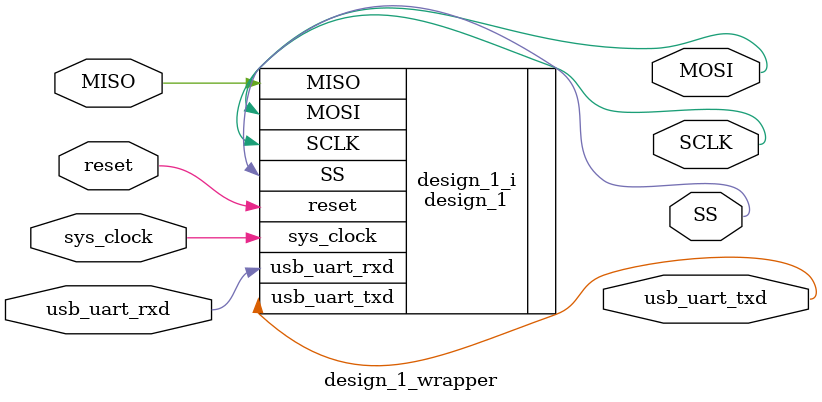
<source format=v>
`timescale 1 ps / 1 ps

module design_1_wrapper
   (MISO,
    MOSI,
    SCLK,
    SS,
    reset,
    sys_clock,
    usb_uart_rxd,
    usb_uart_txd);
  input MISO;
  output MOSI;
  output SCLK;
  output SS;
  input reset;
  input sys_clock;
  input usb_uart_rxd;
  output usb_uart_txd;

  wire MISO;
  wire MOSI;
  wire SCLK;
  wire SS;
  wire reset;
  wire sys_clock;
  wire usb_uart_rxd;
  wire usb_uart_txd;

  design_1 design_1_i
       (.MISO(MISO),
        .MOSI(MOSI),
        .SCLK(SCLK),
        .SS(SS),
        .reset(reset),
        .sys_clock(sys_clock),
        .usb_uart_rxd(usb_uart_rxd),
        .usb_uart_txd(usb_uart_txd));
endmodule

</source>
